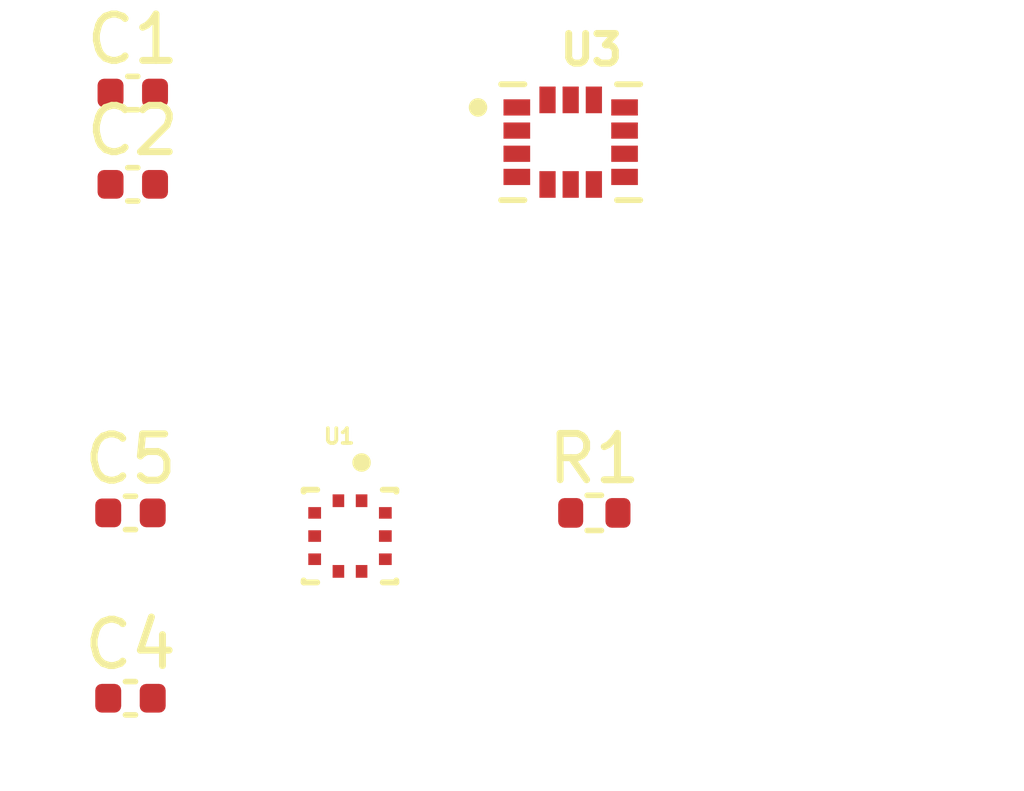
<source format=kicad_pcb>
(kicad_pcb (version 20241229) (generator "pcbnew") (generator_version "9.0")
  (layers (0 "F.Cu" signal) (2 "B.Cu" signal) (13 "F.Paste" user) (15 "B.Paste" user) (5 "F.SilkS" user "F.Silkscreen") (7 "B.SilkS" user "B.Silkscreen") (1 "F.Mask" user) (3 "B.Mask" user) (25 "Edge.Cuts" user))
  (net 0 "")
  (net 1 "+3.3V")
  (net 2 "GND")
  (net 3 "Net-(U3-~{CSB__1})")
  (net 4 "SCK")
  (net 5 "SDO")
  (net 6 "CSB_BMP")
  (net 8 "SDI")
  (net 9 "CSB_MS")
  (footprint "LSM6DSO32:XDCR_LSM6DSO32TR" (layer "F.Cu") (at 124 66)
    (property "Reference" "U3" (at 0.4445 -1.9939 0) (layer "F.SilkS") (effects (font (size 0.64 0.64))))
    (property "Value" "MS560702BA03-50")
    (fp_line (start -1.5 -1.25) (end -1 -1.25) (stroke (width 0.127)) (layer "F.SilkS"))
    (fp_line (start -1.5 1.25) (end -1 1.25) (stroke (width 0.127)) (layer "F.SilkS"))
    (fp_line (start 1.5 -1.25) (end 1 -1.25) (stroke (width 0.127)) (layer "F.SilkS"))
    (fp_line (start 1.5 1.25) (end 1 1.25) (stroke (width 0.127)) (layer "F.SilkS"))
    (fp_circle (center -2 -0.75) (end -1.9 -0.75) (stroke (width 0.2)) (fill no) (layer "F.SilkS"))
    (pad "1" smd rect (at -1.1625 -0.75) (size 0.575 0.35) (layers "F.Cu" "F.Paste") (net 1 "+3.3V"))
    (pad "2" smd rect (at -1.1625 -0.25) (size 0.575 0.35) (layers "F.Cu" "F.Paste") (net 2 "GND"))
    (pad "3" smd rect (at -1.1625 0.25) (size 0.575 0.35) (layers "F.Cu" "F.Paste") (net 2 "GND"))
    (pad "4" smd rect (at -1.1625 0.75) (size 0.575 0.35) (layers "F.Cu" "F.Paste") (net 9 "CSB_MS"))
    (pad "5" smd rect (at -0.5 0.9125) (size 0.35 0.575) (layers "F.Cu" "F.Paste") (net 3 "Net-(U3-~{CSB__1})"))
    (pad "6" smd rect (at 0 0.9125) (size 0.35 0.575) (layers "F.Cu" "F.Paste") (net 5 "SDO"))
    (pad "7" smd rect (at 0.5 0.9125) (size 0.35 0.575) (layers "F.Cu" "F.Paste") (net 8 "SDI"))
    (pad "8" smd rect (at 1.1625 0.75) (size 0.575 0.35) (layers "F.Cu" "F.Paste") (net 4 "SCK"))
    (pad "9" smd rect (at 1.1625 0.25) (size 0.575 0.35) (layers "F.Cu" "F.Paste"))
    (pad "10" smd rect (at 1.1625 -0.25) (size 0.575 0.35) (layers "F.Cu" "F.Paste"))
    (pad "11" smd rect (at 1.1625 -0.75) (size 0.575 0.35) (layers "F.Cu" "F.Paste"))
    (pad "12" smd rect (at 0.5 -0.9125) (size 0.35 0.575) (layers "F.Cu" "F.Paste"))
    (pad "13" smd rect (at 0 -0.9125) (size 0.35 0.575) (layers "F.Cu" "F.Paste"))
    (pad "14" smd rect (at -0.5 -0.9125) (size 0.35 0.575) (layers "F.Cu" "F.Paste"))
  )
  (footprint "Capacitor_SMD:C_0402_1005Metric" (layer "F.Cu") (at 114.55 66.91)
    (property "Reference" "C2" (at 0 -1.16 0) (layer "F.SilkS"))
    (property "Value" "1 uF")
    (fp_line (start -0.107836 -0.36) (end 0.107836 -0.36) (stroke (width 0.12)) (layer "F.SilkS"))
    (fp_line (start -0.107836 0.36) (end 0.107836 0.36) (stroke (width 0.12)) (layer "F.SilkS"))
    (pad "1" smd roundrect (at -0.48 0) (size 0.56 0.62) (layers "F.Cu" "F.Mask" "F.Paste") (net 1 "+3.3V"))
    (pad "2" smd roundrect (at 0.48 0) (size 0.56 0.62) (layers "F.Cu" "F.Mask" "F.Paste") (net 2 "GND"))
  )
  (footprint "Capacitor_SMD:C_0402_1005Metric" (layer "F.Cu") (at 114.5 74)
    (property "Reference" "C5" (at 0 -1.16 0) (layer "F.SilkS"))
    (property "Value" "1 uF")
    (fp_line (start -0.107836 -0.36) (end 0.107836 -0.36) (stroke (width 0.12)) (layer "F.SilkS"))
    (fp_line (start -0.107836 0.36) (end 0.107836 0.36) (stroke (width 0.12)) (layer "F.SilkS"))
    (pad "1" smd roundrect (at -0.48 0) (size 0.56 0.62) (layers "F.Cu" "F.Mask" "F.Paste") (net 1 "+3.3V"))
    (pad "2" smd roundrect (at 0.48 0) (size 0.56 0.62) (layers "F.Cu" "F.Mask" "F.Paste") (net 2 "GND"))
  )
  (footprint "Capacitor_SMD:C_0402_1005Metric" (layer "F.Cu") (at 114.5 78)
    (property "Reference" "C4" (at 0 -1.16 0) (layer "F.SilkS"))
    (property "Value" "100 nF")
    (fp_line (start -0.107836 -0.36) (end 0.107836 -0.36) (stroke (width 0.12)) (layer "F.SilkS"))
    (fp_line (start -0.107836 0.36) (end 0.107836 0.36) (stroke (width 0.12)) (layer "F.SilkS"))
    (pad "1" smd roundrect (at -0.48 0) (size 0.56 0.62) (layers "F.Cu" "F.Mask" "F.Paste") (net 1 "+3.3V"))
    (pad "2" smd roundrect (at 0.48 0) (size 0.56 0.62) (layers "F.Cu" "F.Mask" "F.Paste") (net 2 "GND"))
  )
  (footprint "Resistor_SMD:R_0402_1005Metric" (layer "F.Cu") (at 124.51 74)
    (property "Reference" "R1" (at 0 -1.17 0) (layer "F.SilkS"))
    (property "Value" "10k")
    (fp_line (start -0.153641 -0.38) (end 0.153641 -0.38) (stroke (width 0.12)) (layer "F.SilkS"))
    (fp_line (start -0.153641 0.38) (end 0.153641 0.38) (stroke (width 0.12)) (layer "F.SilkS"))
    (pad "1" smd roundrect (at -0.51 0) (size 0.54 0.64) (layers "F.Cu" "F.Mask" "F.Paste") (net 3 "Net-(U3-~{CSB__1})"))
    (pad "2" smd roundrect (at 0.51 0) (size 0.54 0.64) (layers "F.Cu" "F.Mask" "F.Paste") (net 1 "+3.3V"))
  )
  (footprint "BMP390:XDCR_BMP390L" (layer "F.Cu") (at 119.2375 74.5)
    (property "Reference" "U1" (at -0.234 -2.1532 0) (layer "F.SilkS") (effects (font (size 0.32 0.32) (thickness 0.08))))
    (property "Value" "BMP390L")
    (fp_line (start -1 -1) (end -0.7075 -1) (stroke (width 0.127)) (layer "F.SilkS"))
    (fp_line (start -1 -0.9575) (end -1 -1) (stroke (width 0.127)) (layer "F.SilkS"))
    (fp_line (start -1 1) (end -1 0.9575) (stroke (width 0.127)) (layer "F.SilkS"))
    (fp_line (start -1 1) (end -0.7075 1) (stroke (width 0.127)) (layer "F.SilkS"))
    (fp_line (start 0.7075 -1) (end 1 -1) (stroke (width 0.127)) (layer "F.SilkS"))
    (fp_line (start 1 -1) (end 1 -0.9575) (stroke (width 0.127)) (layer "F.SilkS"))
    (fp_line (start 1 0.9575) (end 1 1) (stroke (width 0.127)) (layer "F.SilkS"))
    (fp_line (start 1 1) (end 0.7075 1) (stroke (width 0.127)) (layer "F.SilkS"))
    (fp_circle (center 0.25 -1.5875) (end 0.35 -1.5875) (stroke (width 0.2)) (fill no) (layer "F.SilkS"))
    (pad "1" smd rect (at 0.25 -0.7625) (size 0.25 0.275) (layers "F.Cu" "F.Mask" "F.Paste") (net 1 "+3.3V"))
    (pad "2" smd rect (at -0.25 -0.7625) (size 0.25 0.275) (layers "F.Cu" "F.Mask" "F.Paste") (net 4 "SCK"))
    (pad "3" smd rect (at -0.7625 -0.5) (size 0.275 0.25) (layers "F.Cu" "F.Mask" "F.Paste") (net 2 "GND"))
    (pad "4" smd rect (at -0.7625 0) (size 0.275 0.25) (layers "F.Cu" "F.Mask" "F.Paste") (net 8 "SDI"))
    (pad "5" smd rect (at -0.7625 0.5) (size 0.275 0.25) (layers "F.Cu" "F.Mask" "F.Paste") (net 5 "SDO"))
    (pad "6" smd rect (at -0.25 0.7625) (size 0.25 0.275) (layers "F.Cu" "F.Mask" "F.Paste") (net 6 "CSB_BMP"))
    (pad "7" smd rect (at 0.25 0.7625) (size 0.25 0.275) (layers "F.Cu" "F.Mask" "F.Paste"))
    (pad "8" smd rect (at 0.7625 0.5) (size 0.275 0.25) (layers "F.Cu" "F.Mask" "F.Paste") (net 2 "GND"))
    (pad "9" smd rect (at 0.7625 0) (size 0.275 0.25) (layers "F.Cu" "F.Mask" "F.Paste") (net 2 "GND"))
    (pad "10" smd rect (at 0.7625 -0.5) (size 0.275 0.25) (layers "F.Cu" "F.Mask" "F.Paste") (net 1 "+3.3V"))
  )
  (footprint "Capacitor_SMD:C_0402_1005Metric" (layer "F.Cu") (at 114.55 64.94)
    (property "Reference" "C1" (at 0 -1.16 0) (layer "F.SilkS"))
    (property "Value" "100 nF")
    (fp_line (start -0.107836 -0.36) (end 0.107836 -0.36) (stroke (width 0.12)) (layer "F.SilkS"))
    (fp_line (start -0.107836 0.36) (end 0.107836 0.36) (stroke (width 0.12)) (layer "F.SilkS"))
    (pad "1" smd roundrect (at -0.48 0) (size 0.56 0.62) (layers "F.Cu" "F.Mask" "F.Paste") (net 1 "+3.3V"))
    (pad "2" smd roundrect (at 0.48 0) (size 0.56 0.62) (layers "F.Cu" "F.Mask" "F.Paste") (net 2 "GND"))
  )
)
</source>
